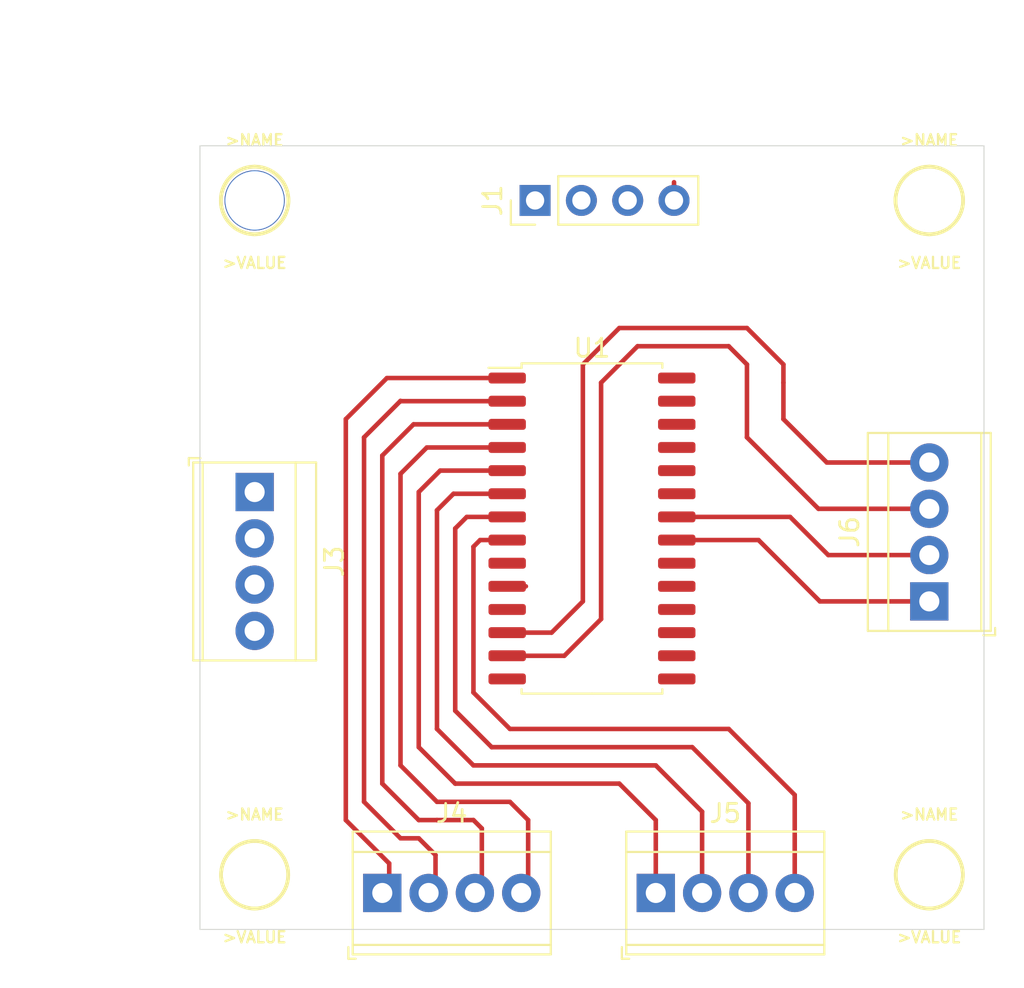
<source format=kicad_pcb>
(kicad_pcb (version 20171130) (host pcbnew "(5.1.8-0-10_14)")

  (general
    (thickness 1.6)
    (drawings 6)
    (tracks 89)
    (zones 0)
    (modules 10)
    (nets 26)
  )

  (page A4)
  (layers
    (0 F.Cu signal)
    (31 B.Cu signal)
    (32 B.Adhes user)
    (33 F.Adhes user)
    (34 B.Paste user)
    (35 F.Paste user)
    (36 B.SilkS user)
    (37 F.SilkS user)
    (38 B.Mask user)
    (39 F.Mask user)
    (40 Dwgs.User user)
    (41 Cmts.User user)
    (42 Eco1.User user)
    (43 Eco2.User user)
    (44 Edge.Cuts user)
    (45 Margin user)
    (46 B.CrtYd user)
    (47 F.CrtYd user)
    (48 B.Fab user)
    (49 F.Fab user)
  )

  (setup
    (last_trace_width 0.25)
    (user_trace_width 0.5)
    (trace_clearance 0.2)
    (zone_clearance 0.508)
    (zone_45_only no)
    (trace_min 0.2)
    (via_size 0.8)
    (via_drill 0.4)
    (via_min_size 0.4)
    (via_min_drill 0.3)
    (uvia_size 0.3)
    (uvia_drill 0.1)
    (uvias_allowed no)
    (uvia_min_size 0.2)
    (uvia_min_drill 0.1)
    (edge_width 0.05)
    (segment_width 0.2)
    (pcb_text_width 0.3)
    (pcb_text_size 1.5 1.5)
    (mod_edge_width 0.12)
    (mod_text_size 1 1)
    (mod_text_width 0.15)
    (pad_size 3.302 3.302)
    (pad_drill 3.302)
    (pad_to_mask_clearance 0)
    (aux_axis_origin 0 0)
    (visible_elements FFFFFF7F)
    (pcbplotparams
      (layerselection 0x010fc_ffffffff)
      (usegerberextensions false)
      (usegerberattributes true)
      (usegerberadvancedattributes true)
      (creategerberjobfile true)
      (excludeedgelayer true)
      (linewidth 0.100000)
      (plotframeref false)
      (viasonmask false)
      (mode 1)
      (useauxorigin false)
      (hpglpennumber 1)
      (hpglpenspeed 20)
      (hpglpendiameter 15.000000)
      (psnegative false)
      (psa4output false)
      (plotreference true)
      (plotvalue true)
      (plotinvisibletext false)
      (padsonsilk false)
      (subtractmaskfromsilk false)
      (outputformat 1)
      (mirror false)
      (drillshape 1)
      (scaleselection 1)
      (outputdirectory ""))
  )

  (net 0 "")
  (net 1 +5V)
  (net 2 GND)
  (net 3 +12V)
  (net 4 /Pump4)
  (net 5 /Pump3)
  (net 6 /Pump2)
  (net 7 /Pump1)
  (net 8 /Pump5)
  (net 9 /Pump6)
  (net 10 /Pump7)
  (net 11 /Pump8)
  (net 12 /SCK)
  (net 13 /SDA)
  (net 14 /StepB)
  (net 15 /StepA)
  (net 16 "Net-(U1-Pad11)")
  (net 17 "Net-(U1-Pad14)")
  (net 18 "Net-(U1-Pad19)")
  (net 19 "Net-(U1-Pad20)")
  (net 20 "Net-(U1-Pad23)")
  (net 21 "Net-(U1-Pad24)")
  (net 22 "Net-(U1-Pad25)")
  (net 23 "Net-(U1-Pad26)")
  (net 24 "Net-(U1-Pad27)")
  (net 25 "Net-(U1-Pad28)")

  (net_class Default "This is the default net class."
    (clearance 0.2)
    (trace_width 0.25)
    (via_dia 0.8)
    (via_drill 0.4)
    (uvia_dia 0.3)
    (uvia_drill 0.1)
    (add_net +12V)
    (add_net +5V)
    (add_net /Pump1)
    (add_net /Pump2)
    (add_net /Pump3)
    (add_net /Pump4)
    (add_net /Pump5)
    (add_net /Pump6)
    (add_net /Pump7)
    (add_net /Pump8)
    (add_net /SCK)
    (add_net /SDA)
    (add_net /StepA)
    (add_net /StepB)
    (add_net GND)
    (add_net "Net-(U1-Pad11)")
    (add_net "Net-(U1-Pad14)")
    (add_net "Net-(U1-Pad19)")
    (add_net "Net-(U1-Pad20)")
    (add_net "Net-(U1-Pad23)")
    (add_net "Net-(U1-Pad24)")
    (add_net "Net-(U1-Pad25)")
    (add_net "Net-(U1-Pad26)")
    (add_net "Net-(U1-Pad27)")
    (add_net "Net-(U1-Pad28)")
  )

  (module Hardware:STAND-OFF (layer F.Cu) (tedit 200000) (tstamp 5FC6B215)
    (at 140 80)
    (descr "STANDOFF (#4 SCREW)")
    (tags "STANDOFF (#4 SCREW)")
    (attr virtual)
    (fp_text reference >NAME (at 0 -3.302) (layer F.SilkS)
      (effects (font (size 0.6096 0.6096) (thickness 0.127)))
    )
    (fp_text value >VALUE (at 0 3.429) (layer F.SilkS)
      (effects (font (size 0.6096 0.6096) (thickness 0.127)))
    )
    (fp_arc (start 0 0) (end 0 1.8542) (angle 180) (layer F.SilkS) (width 0.2032))
    (fp_arc (start 0 0) (end 0 -1.8542) (angle 180) (layer F.SilkS) (width 0.2032))
    (fp_arc (start 0 0) (end 0 1.8542) (angle 180) (layer F.SilkS) (width 0.2032))
    (fp_arc (start 0 0) (end 0 -1.8542) (angle 180) (layer F.SilkS) (width 0.2032))
    (fp_circle (center 0 0) (end 0 -2.794) (layer F.CrtYd) (width 0.127))
    (pad "" np_thru_hole circle (at 0 0) (size 3.302 3.302) (drill 3.302) (layers *.Cu *.Mask)
      (solder_mask_margin 0.1016))
  )

  (module Hardware:STAND-OFF (layer F.Cu) (tedit 200000) (tstamp 5FC6B1CC)
    (at 103 80)
    (descr "STANDOFF (#4 SCREW)")
    (tags "STANDOFF (#4 SCREW)")
    (attr virtual)
    (fp_text reference >NAME (at 0 -3.302) (layer F.SilkS)
      (effects (font (size 0.6096 0.6096) (thickness 0.127)))
    )
    (fp_text value >VALUE (at 0 3.429) (layer F.SilkS)
      (effects (font (size 0.6096 0.6096) (thickness 0.127)))
    )
    (fp_arc (start 0 0) (end 0 1.8542) (angle 180) (layer F.SilkS) (width 0.2032))
    (fp_arc (start 0 0) (end 0 -1.8542) (angle 180) (layer F.SilkS) (width 0.2032))
    (fp_arc (start 0 0) (end 0 1.8542) (angle 180) (layer F.SilkS) (width 0.2032))
    (fp_arc (start 0 0) (end 0 -1.8542) (angle 180) (layer F.SilkS) (width 0.2032))
    (fp_circle (center 0 0) (end 0 -2.794) (layer F.CrtYd) (width 0.127))
    (pad "" np_thru_hole circle (at 0 0) (size 3.302 3.302) (drill 3.302) (layers *.Cu *.Mask)
      (solder_mask_margin 0.1016))
  )

  (module Hardware:STAND-OFF (layer F.Cu) (tedit 5FC6B76F) (tstamp 5FC6B183)
    (at 140 43)
    (descr "STANDOFF (#4 SCREW)")
    (tags "STANDOFF (#4 SCREW)")
    (attr virtual)
    (fp_text reference >NAME (at 0 -3.302) (layer F.SilkS)
      (effects (font (size 0.6096 0.6096) (thickness 0.127)))
    )
    (fp_text value >VALUE (at 0 3.429) (layer F.SilkS)
      (effects (font (size 0.6096 0.6096) (thickness 0.127)))
    )
    (fp_arc (start 0 0) (end 0 1.8542) (angle 180) (layer F.SilkS) (width 0.2032))
    (fp_arc (start 0 0) (end 0 -1.8542) (angle 180) (layer F.SilkS) (width 0.2032))
    (fp_arc (start 0 0) (end 0 1.8542) (angle 180) (layer F.SilkS) (width 0.2032))
    (fp_arc (start 0 0) (end 0 -1.8542) (angle 180) (layer F.SilkS) (width 0.2032))
    (fp_circle (center 0 0) (end 0 -2.794) (layer F.CrtYd) (width 0.127))
    (pad "" np_thru_hole circle (at 0 0) (size 3.302 3.302) (drill 3.302) (layers *.Cu *.Mask)
      (solder_mask_margin 0.1016))
  )

  (module Hardware:STAND-OFF (layer F.Cu) (tedit 5FC6B43C) (tstamp 5FC68238)
    (at 103 43)
    (descr "STANDOFF (#4 SCREW)")
    (tags "STANDOFF (#4 SCREW)")
    (attr virtual)
    (fp_text reference >NAME (at 0 -3.302) (layer F.SilkS)
      (effects (font (size 0.6096 0.6096) (thickness 0.127)))
    )
    (fp_text value >VALUE (at 0 3.429) (layer F.SilkS)
      (effects (font (size 0.6096 0.6096) (thickness 0.127)))
    )
    (fp_arc (start 0 0) (end 0 1.8542) (angle 180) (layer F.SilkS) (width 0.2032))
    (fp_arc (start 0 0) (end 0 -1.8542) (angle 180) (layer F.SilkS) (width 0.2032))
    (fp_arc (start 0 0) (end 0 1.8542) (angle 180) (layer F.SilkS) (width 0.2032))
    (fp_arc (start 0 0) (end 0 -1.8542) (angle 180) (layer F.SilkS) (width 0.2032))
    (fp_circle (center 0 0) (end 0 -2.794) (layer F.CrtYd) (width 0.127))
    (pad "" np_thru_hole circle (at 0 0) (size 3.302 3.302) (drill 3.2) (layers *.Cu *.Mask)
      (solder_mask_margin 0.1016))
  )

  (module Connector_PinHeader_2.54mm:PinHeader_1x04_P2.54mm_Vertical (layer F.Cu) (tedit 59FED5CC) (tstamp 5FC67B24)
    (at 118.38 43 90)
    (descr "Through hole straight pin header, 1x04, 2.54mm pitch, single row")
    (tags "Through hole pin header THT 1x04 2.54mm single row")
    (path /5FC7B180)
    (fp_text reference J1 (at 0 -2.33 90) (layer F.SilkS)
      (effects (font (size 1 1) (thickness 0.15)))
    )
    (fp_text value Conn_01x04 (at 0 9.95 90) (layer F.Fab)
      (effects (font (size 1 1) (thickness 0.15)))
    )
    (fp_line (start 1.8 -1.8) (end -1.8 -1.8) (layer F.CrtYd) (width 0.05))
    (fp_line (start 1.8 9.4) (end 1.8 -1.8) (layer F.CrtYd) (width 0.05))
    (fp_line (start -1.8 9.4) (end 1.8 9.4) (layer F.CrtYd) (width 0.05))
    (fp_line (start -1.8 -1.8) (end -1.8 9.4) (layer F.CrtYd) (width 0.05))
    (fp_line (start -1.33 -1.33) (end 0 -1.33) (layer F.SilkS) (width 0.12))
    (fp_line (start -1.33 0) (end -1.33 -1.33) (layer F.SilkS) (width 0.12))
    (fp_line (start -1.33 1.27) (end 1.33 1.27) (layer F.SilkS) (width 0.12))
    (fp_line (start 1.33 1.27) (end 1.33 8.95) (layer F.SilkS) (width 0.12))
    (fp_line (start -1.33 1.27) (end -1.33 8.95) (layer F.SilkS) (width 0.12))
    (fp_line (start -1.33 8.95) (end 1.33 8.95) (layer F.SilkS) (width 0.12))
    (fp_line (start -1.27 -0.635) (end -0.635 -1.27) (layer F.Fab) (width 0.1))
    (fp_line (start -1.27 8.89) (end -1.27 -0.635) (layer F.Fab) (width 0.1))
    (fp_line (start 1.27 8.89) (end -1.27 8.89) (layer F.Fab) (width 0.1))
    (fp_line (start 1.27 -1.27) (end 1.27 8.89) (layer F.Fab) (width 0.1))
    (fp_line (start -0.635 -1.27) (end 1.27 -1.27) (layer F.Fab) (width 0.1))
    (pad 1 thru_hole rect (at 0 0 90) (size 1.7 1.7) (drill 1) (layers *.Cu *.Mask)
      (net 1 +5V))
    (pad 2 thru_hole oval (at 0 2.54 90) (size 1.7 1.7) (drill 1) (layers *.Cu *.Mask)
      (net 2 GND))
    (pad 3 thru_hole oval (at 0 5.08 90) (size 1.7 1.7) (drill 1) (layers *.Cu *.Mask)
      (net 2 GND))
    (pad 4 thru_hole oval (at 0 7.62 90) (size 1.7 1.7) (drill 1) (layers *.Cu *.Mask)
      (net 3 +12V))
    (model ${KISYS3DMOD}/Connector_PinHeader_2.54mm.3dshapes/PinHeader_1x04_P2.54mm_Vertical.wrl
      (at (xyz 0 0 0))
      (scale (xyz 1 1 1))
      (rotate (xyz 0 0 0))
    )
  )

  (module Package_SO:SOIC-28W_7.5x17.9mm_P1.27mm (layer F.Cu) (tedit 5D9F72B1) (tstamp 5FC67BB7)
    (at 121.5 61)
    (descr "SOIC, 28 Pin (JEDEC MS-013AE, https://www.analog.com/media/en/package-pcb-resources/package/35833120341221rw_28.pdf), generated with kicad-footprint-generator ipc_gullwing_generator.py")
    (tags "SOIC SO")
    (path /5FC5ECEE)
    (attr smd)
    (fp_text reference U1 (at 0 -9.9) (layer F.SilkS)
      (effects (font (size 1 1) (thickness 0.15)))
    )
    (fp_text value MCP23017_SO (at 0 9.9) (layer F.Fab)
      (effects (font (size 1 1) (thickness 0.15)))
    )
    (fp_line (start 5.93 -9.2) (end -5.93 -9.2) (layer F.CrtYd) (width 0.05))
    (fp_line (start 5.93 9.2) (end 5.93 -9.2) (layer F.CrtYd) (width 0.05))
    (fp_line (start -5.93 9.2) (end 5.93 9.2) (layer F.CrtYd) (width 0.05))
    (fp_line (start -5.93 -9.2) (end -5.93 9.2) (layer F.CrtYd) (width 0.05))
    (fp_line (start -3.75 -7.95) (end -2.75 -8.95) (layer F.Fab) (width 0.1))
    (fp_line (start -3.75 8.95) (end -3.75 -7.95) (layer F.Fab) (width 0.1))
    (fp_line (start 3.75 8.95) (end -3.75 8.95) (layer F.Fab) (width 0.1))
    (fp_line (start 3.75 -8.95) (end 3.75 8.95) (layer F.Fab) (width 0.1))
    (fp_line (start -2.75 -8.95) (end 3.75 -8.95) (layer F.Fab) (width 0.1))
    (fp_line (start -3.86 -8.815) (end -5.675 -8.815) (layer F.SilkS) (width 0.12))
    (fp_line (start -3.86 -9.06) (end -3.86 -8.815) (layer F.SilkS) (width 0.12))
    (fp_line (start 0 -9.06) (end -3.86 -9.06) (layer F.SilkS) (width 0.12))
    (fp_line (start 3.86 -9.06) (end 3.86 -8.815) (layer F.SilkS) (width 0.12))
    (fp_line (start 0 -9.06) (end 3.86 -9.06) (layer F.SilkS) (width 0.12))
    (fp_line (start -3.86 9.06) (end -3.86 8.815) (layer F.SilkS) (width 0.12))
    (fp_line (start 0 9.06) (end -3.86 9.06) (layer F.SilkS) (width 0.12))
    (fp_line (start 3.86 9.06) (end 3.86 8.815) (layer F.SilkS) (width 0.12))
    (fp_line (start 0 9.06) (end 3.86 9.06) (layer F.SilkS) (width 0.12))
    (fp_text user %R (at 0 0) (layer F.Fab)
      (effects (font (size 1 1) (thickness 0.15)))
    )
    (pad 1 smd roundrect (at -4.65 -8.255) (size 2.05 0.6) (layers F.Cu F.Paste F.Mask) (roundrect_rratio 0.25)
      (net 7 /Pump1))
    (pad 2 smd roundrect (at -4.65 -6.985) (size 2.05 0.6) (layers F.Cu F.Paste F.Mask) (roundrect_rratio 0.25)
      (net 6 /Pump2))
    (pad 3 smd roundrect (at -4.65 -5.715) (size 2.05 0.6) (layers F.Cu F.Paste F.Mask) (roundrect_rratio 0.25)
      (net 5 /Pump3))
    (pad 4 smd roundrect (at -4.65 -4.445) (size 2.05 0.6) (layers F.Cu F.Paste F.Mask) (roundrect_rratio 0.25)
      (net 4 /Pump4))
    (pad 5 smd roundrect (at -4.65 -3.175) (size 2.05 0.6) (layers F.Cu F.Paste F.Mask) (roundrect_rratio 0.25)
      (net 8 /Pump5))
    (pad 6 smd roundrect (at -4.65 -1.905) (size 2.05 0.6) (layers F.Cu F.Paste F.Mask) (roundrect_rratio 0.25)
      (net 9 /Pump6))
    (pad 7 smd roundrect (at -4.65 -0.635) (size 2.05 0.6) (layers F.Cu F.Paste F.Mask) (roundrect_rratio 0.25)
      (net 10 /Pump7))
    (pad 8 smd roundrect (at -4.65 0.635) (size 2.05 0.6) (layers F.Cu F.Paste F.Mask) (roundrect_rratio 0.25)
      (net 11 /Pump8))
    (pad 9 smd roundrect (at -4.65 1.905) (size 2.05 0.6) (layers F.Cu F.Paste F.Mask) (roundrect_rratio 0.25)
      (net 1 +5V))
    (pad 10 smd roundrect (at -4.65 3.175) (size 2.05 0.6) (layers F.Cu F.Paste F.Mask) (roundrect_rratio 0.25)
      (net 2 GND))
    (pad 11 smd roundrect (at -4.65 4.445) (size 2.05 0.6) (layers F.Cu F.Paste F.Mask) (roundrect_rratio 0.25)
      (net 16 "Net-(U1-Pad11)"))
    (pad 12 smd roundrect (at -4.65 5.715) (size 2.05 0.6) (layers F.Cu F.Paste F.Mask) (roundrect_rratio 0.25)
      (net 12 /SCK))
    (pad 13 smd roundrect (at -4.65 6.985) (size 2.05 0.6) (layers F.Cu F.Paste F.Mask) (roundrect_rratio 0.25)
      (net 13 /SDA))
    (pad 14 smd roundrect (at -4.65 8.255) (size 2.05 0.6) (layers F.Cu F.Paste F.Mask) (roundrect_rratio 0.25)
      (net 17 "Net-(U1-Pad14)"))
    (pad 15 smd roundrect (at 4.65 8.255) (size 2.05 0.6) (layers F.Cu F.Paste F.Mask) (roundrect_rratio 0.25)
      (net 2 GND))
    (pad 16 smd roundrect (at 4.65 6.985) (size 2.05 0.6) (layers F.Cu F.Paste F.Mask) (roundrect_rratio 0.25)
      (net 2 GND))
    (pad 17 smd roundrect (at 4.65 5.715) (size 2.05 0.6) (layers F.Cu F.Paste F.Mask) (roundrect_rratio 0.25)
      (net 2 GND))
    (pad 18 smd roundrect (at 4.65 4.445) (size 2.05 0.6) (layers F.Cu F.Paste F.Mask) (roundrect_rratio 0.25)
      (net 1 +5V))
    (pad 19 smd roundrect (at 4.65 3.175) (size 2.05 0.6) (layers F.Cu F.Paste F.Mask) (roundrect_rratio 0.25)
      (net 18 "Net-(U1-Pad19)"))
    (pad 20 smd roundrect (at 4.65 1.905) (size 2.05 0.6) (layers F.Cu F.Paste F.Mask) (roundrect_rratio 0.25)
      (net 19 "Net-(U1-Pad20)"))
    (pad 21 smd roundrect (at 4.65 0.635) (size 2.05 0.6) (layers F.Cu F.Paste F.Mask) (roundrect_rratio 0.25)
      (net 15 /StepA))
    (pad 22 smd roundrect (at 4.65 -0.635) (size 2.05 0.6) (layers F.Cu F.Paste F.Mask) (roundrect_rratio 0.25)
      (net 14 /StepB))
    (pad 23 smd roundrect (at 4.65 -1.905) (size 2.05 0.6) (layers F.Cu F.Paste F.Mask) (roundrect_rratio 0.25)
      (net 20 "Net-(U1-Pad23)"))
    (pad 24 smd roundrect (at 4.65 -3.175) (size 2.05 0.6) (layers F.Cu F.Paste F.Mask) (roundrect_rratio 0.25)
      (net 21 "Net-(U1-Pad24)"))
    (pad 25 smd roundrect (at 4.65 -4.445) (size 2.05 0.6) (layers F.Cu F.Paste F.Mask) (roundrect_rratio 0.25)
      (net 22 "Net-(U1-Pad25)"))
    (pad 26 smd roundrect (at 4.65 -5.715) (size 2.05 0.6) (layers F.Cu F.Paste F.Mask) (roundrect_rratio 0.25)
      (net 23 "Net-(U1-Pad26)"))
    (pad 27 smd roundrect (at 4.65 -6.985) (size 2.05 0.6) (layers F.Cu F.Paste F.Mask) (roundrect_rratio 0.25)
      (net 24 "Net-(U1-Pad27)"))
    (pad 28 smd roundrect (at 4.65 -8.255) (size 2.05 0.6) (layers F.Cu F.Paste F.Mask) (roundrect_rratio 0.25)
      (net 25 "Net-(U1-Pad28)"))
    (model ${KISYS3DMOD}/Package_SO.3dshapes/SOIC-28W_7.5x17.9mm_P1.27mm.wrl
      (at (xyz 0 0 0))
      (scale (xyz 1 1 1))
      (rotate (xyz 0 0 0))
    )
  )

  (module TerminalBlock_TE-Connectivity:TerminalBlock_TE_282834-4_1x04_P2.54mm_Horizontal (layer F.Cu) (tedit 5B1EC513) (tstamp 5FC719BA)
    (at 103 59 270)
    (descr "Terminal Block TE 282834-4, 4 pins, pitch 2.54mm, size 10.620000000000001x6.5mm^2, drill diamater 1.1mm, pad diameter 2.1mm, see http://www.te.com/commerce/DocumentDelivery/DDEController?Action=showdoc&DocId=Customer+Drawing%7F282834%7FC1%7Fpdf%7FEnglish%7FENG_CD_282834_C1.pdf, script-generated using https://github.com/pointhi/kicad-footprint-generator/scripts/TerminalBlock_TE-Connectivity")
    (tags "THT Terminal Block TE 282834-4 pitch 2.54mm size 10.620000000000001x6.5mm^2 drill 1.1mm pad 2.1mm")
    (path /5FC60520)
    (fp_text reference J3 (at 3.81 -4.37 90) (layer F.SilkS)
      (effects (font (size 1 1) (thickness 0.15)))
    )
    (fp_text value Screw_Terminal_01x04 (at 3.81 4.37 90) (layer F.Fab)
      (effects (font (size 1 1) (thickness 0.15)))
    )
    (fp_line (start 9.63 -3.75) (end -2 -3.75) (layer F.CrtYd) (width 0.05))
    (fp_line (start 9.63 3.75) (end 9.63 -3.75) (layer F.CrtYd) (width 0.05))
    (fp_line (start -2 3.75) (end 9.63 3.75) (layer F.CrtYd) (width 0.05))
    (fp_line (start -2 -3.75) (end -2 3.75) (layer F.CrtYd) (width 0.05))
    (fp_line (start -1.86 3.61) (end -1.46 3.61) (layer F.SilkS) (width 0.12))
    (fp_line (start -1.86 2.97) (end -1.86 3.61) (layer F.SilkS) (width 0.12))
    (fp_line (start 8.321 -0.835) (end 6.786 0.7) (layer F.Fab) (width 0.1))
    (fp_line (start 8.455 -0.7) (end 6.92 0.835) (layer F.Fab) (width 0.1))
    (fp_line (start 5.781 -0.835) (end 4.246 0.7) (layer F.Fab) (width 0.1))
    (fp_line (start 5.915 -0.7) (end 4.38 0.835) (layer F.Fab) (width 0.1))
    (fp_line (start 3.241 -0.835) (end 1.706 0.7) (layer F.Fab) (width 0.1))
    (fp_line (start 3.375 -0.7) (end 1.84 0.835) (layer F.Fab) (width 0.1))
    (fp_line (start 0.701 -0.835) (end -0.835 0.7) (layer F.Fab) (width 0.1))
    (fp_line (start 0.835 -0.7) (end -0.701 0.835) (layer F.Fab) (width 0.1))
    (fp_line (start 9.241 -3.37) (end 9.241 3.37) (layer F.SilkS) (width 0.12))
    (fp_line (start -1.62 -3.37) (end -1.62 3.37) (layer F.SilkS) (width 0.12))
    (fp_line (start -1.62 3.37) (end 9.241 3.37) (layer F.SilkS) (width 0.12))
    (fp_line (start -1.62 -3.37) (end 9.241 -3.37) (layer F.SilkS) (width 0.12))
    (fp_line (start -1.62 -2.25) (end 9.241 -2.25) (layer F.SilkS) (width 0.12))
    (fp_line (start -1.5 -2.25) (end 9.12 -2.25) (layer F.Fab) (width 0.1))
    (fp_line (start -1.62 2.85) (end 9.241 2.85) (layer F.SilkS) (width 0.12))
    (fp_line (start -1.5 2.85) (end 9.12 2.85) (layer F.Fab) (width 0.1))
    (fp_line (start -1.5 2.85) (end -1.5 -3.25) (layer F.Fab) (width 0.1))
    (fp_line (start -1.1 3.25) (end -1.5 2.85) (layer F.Fab) (width 0.1))
    (fp_line (start 9.12 3.25) (end -1.1 3.25) (layer F.Fab) (width 0.1))
    (fp_line (start 9.12 -3.25) (end 9.12 3.25) (layer F.Fab) (width 0.1))
    (fp_line (start -1.5 -3.25) (end 9.12 -3.25) (layer F.Fab) (width 0.1))
    (fp_circle (center 7.62 0) (end 8.72 0) (layer F.Fab) (width 0.1))
    (fp_circle (center 5.08 0) (end 6.18 0) (layer F.Fab) (width 0.1))
    (fp_circle (center 2.54 0) (end 3.64 0) (layer F.Fab) (width 0.1))
    (fp_circle (center 0 0) (end 1.1 0) (layer F.Fab) (width 0.1))
    (fp_text user %R (at 3.81 2 90) (layer F.Fab)
      (effects (font (size 1 1) (thickness 0.15)))
    )
    (pad 1 thru_hole rect (at 0 0 270) (size 2.1 2.1) (drill 1.1) (layers *.Cu *.Mask)
      (net 1 +5V))
    (pad 2 thru_hole circle (at 2.54 0 270) (size 2.1 2.1) (drill 1.1) (layers *.Cu *.Mask)
      (net 2 GND))
    (pad 3 thru_hole circle (at 5.08 0 270) (size 2.1 2.1) (drill 1.1) (layers *.Cu *.Mask)
      (net 2 GND))
    (pad 4 thru_hole circle (at 7.62 0 270) (size 2.1 2.1) (drill 1.1) (layers *.Cu *.Mask)
      (net 3 +12V))
    (model ${KISYS3DMOD}/TerminalBlock_TE-Connectivity.3dshapes/TerminalBlock_TE_282834-4_1x04_P2.54mm_Horizontal.wrl
      (at (xyz 0 0 0))
      (scale (xyz 1 1 1))
      (rotate (xyz 0 0 0))
    )
  )

  (module TerminalBlock_TE-Connectivity:TerminalBlock_TE_282834-4_1x04_P2.54mm_Horizontal (layer F.Cu) (tedit 5B1EC513) (tstamp 5FC719E1)
    (at 110 81)
    (descr "Terminal Block TE 282834-4, 4 pins, pitch 2.54mm, size 10.620000000000001x6.5mm^2, drill diamater 1.1mm, pad diameter 2.1mm, see http://www.te.com/commerce/DocumentDelivery/DDEController?Action=showdoc&DocId=Customer+Drawing%7F282834%7FC1%7Fpdf%7FEnglish%7FENG_CD_282834_C1.pdf, script-generated using https://github.com/pointhi/kicad-footprint-generator/scripts/TerminalBlock_TE-Connectivity")
    (tags "THT Terminal Block TE 282834-4 pitch 2.54mm size 10.620000000000001x6.5mm^2 drill 1.1mm pad 2.1mm")
    (path /5FC6A709)
    (fp_text reference J4 (at 3.81 -4.37) (layer F.SilkS)
      (effects (font (size 1 1) (thickness 0.15)))
    )
    (fp_text value Screw_Terminal_01x04 (at 3.81 4.37) (layer F.Fab)
      (effects (font (size 1 1) (thickness 0.15)))
    )
    (fp_text user %R (at 3.81 2) (layer F.Fab)
      (effects (font (size 1 1) (thickness 0.15)))
    )
    (fp_circle (center 0 0) (end 1.1 0) (layer F.Fab) (width 0.1))
    (fp_circle (center 2.54 0) (end 3.64 0) (layer F.Fab) (width 0.1))
    (fp_circle (center 5.08 0) (end 6.18 0) (layer F.Fab) (width 0.1))
    (fp_circle (center 7.62 0) (end 8.72 0) (layer F.Fab) (width 0.1))
    (fp_line (start -1.5 -3.25) (end 9.12 -3.25) (layer F.Fab) (width 0.1))
    (fp_line (start 9.12 -3.25) (end 9.12 3.25) (layer F.Fab) (width 0.1))
    (fp_line (start 9.12 3.25) (end -1.1 3.25) (layer F.Fab) (width 0.1))
    (fp_line (start -1.1 3.25) (end -1.5 2.85) (layer F.Fab) (width 0.1))
    (fp_line (start -1.5 2.85) (end -1.5 -3.25) (layer F.Fab) (width 0.1))
    (fp_line (start -1.5 2.85) (end 9.12 2.85) (layer F.Fab) (width 0.1))
    (fp_line (start -1.62 2.85) (end 9.241 2.85) (layer F.SilkS) (width 0.12))
    (fp_line (start -1.5 -2.25) (end 9.12 -2.25) (layer F.Fab) (width 0.1))
    (fp_line (start -1.62 -2.25) (end 9.241 -2.25) (layer F.SilkS) (width 0.12))
    (fp_line (start -1.62 -3.37) (end 9.241 -3.37) (layer F.SilkS) (width 0.12))
    (fp_line (start -1.62 3.37) (end 9.241 3.37) (layer F.SilkS) (width 0.12))
    (fp_line (start -1.62 -3.37) (end -1.62 3.37) (layer F.SilkS) (width 0.12))
    (fp_line (start 9.241 -3.37) (end 9.241 3.37) (layer F.SilkS) (width 0.12))
    (fp_line (start 0.835 -0.7) (end -0.701 0.835) (layer F.Fab) (width 0.1))
    (fp_line (start 0.701 -0.835) (end -0.835 0.7) (layer F.Fab) (width 0.1))
    (fp_line (start 3.375 -0.7) (end 1.84 0.835) (layer F.Fab) (width 0.1))
    (fp_line (start 3.241 -0.835) (end 1.706 0.7) (layer F.Fab) (width 0.1))
    (fp_line (start 5.915 -0.7) (end 4.38 0.835) (layer F.Fab) (width 0.1))
    (fp_line (start 5.781 -0.835) (end 4.246 0.7) (layer F.Fab) (width 0.1))
    (fp_line (start 8.455 -0.7) (end 6.92 0.835) (layer F.Fab) (width 0.1))
    (fp_line (start 8.321 -0.835) (end 6.786 0.7) (layer F.Fab) (width 0.1))
    (fp_line (start -1.86 2.97) (end -1.86 3.61) (layer F.SilkS) (width 0.12))
    (fp_line (start -1.86 3.61) (end -1.46 3.61) (layer F.SilkS) (width 0.12))
    (fp_line (start -2 -3.75) (end -2 3.75) (layer F.CrtYd) (width 0.05))
    (fp_line (start -2 3.75) (end 9.63 3.75) (layer F.CrtYd) (width 0.05))
    (fp_line (start 9.63 3.75) (end 9.63 -3.75) (layer F.CrtYd) (width 0.05))
    (fp_line (start 9.63 -3.75) (end -2 -3.75) (layer F.CrtYd) (width 0.05))
    (pad 4 thru_hole circle (at 7.62 0) (size 2.1 2.1) (drill 1.1) (layers *.Cu *.Mask)
      (net 4 /Pump4))
    (pad 3 thru_hole circle (at 5.08 0) (size 2.1 2.1) (drill 1.1) (layers *.Cu *.Mask)
      (net 5 /Pump3))
    (pad 2 thru_hole circle (at 2.54 0) (size 2.1 2.1) (drill 1.1) (layers *.Cu *.Mask)
      (net 6 /Pump2))
    (pad 1 thru_hole rect (at 0 0) (size 2.1 2.1) (drill 1.1) (layers *.Cu *.Mask)
      (net 7 /Pump1))
    (model ${KISYS3DMOD}/TerminalBlock_TE-Connectivity.3dshapes/TerminalBlock_TE_282834-4_1x04_P2.54mm_Horizontal.wrl
      (at (xyz 0 0 0))
      (scale (xyz 1 1 1))
      (rotate (xyz 0 0 0))
    )
  )

  (module TerminalBlock_TE-Connectivity:TerminalBlock_TE_282834-4_1x04_P2.54mm_Horizontal (layer F.Cu) (tedit 5B1EC513) (tstamp 5FC71A08)
    (at 125 81)
    (descr "Terminal Block TE 282834-4, 4 pins, pitch 2.54mm, size 10.620000000000001x6.5mm^2, drill diamater 1.1mm, pad diameter 2.1mm, see http://www.te.com/commerce/DocumentDelivery/DDEController?Action=showdoc&DocId=Customer+Drawing%7F282834%7FC1%7Fpdf%7FEnglish%7FENG_CD_282834_C1.pdf, script-generated using https://github.com/pointhi/kicad-footprint-generator/scripts/TerminalBlock_TE-Connectivity")
    (tags "THT Terminal Block TE 282834-4 pitch 2.54mm size 10.620000000000001x6.5mm^2 drill 1.1mm pad 2.1mm")
    (path /5FC6AE87)
    (fp_text reference J5 (at 3.81 -4.37) (layer F.SilkS)
      (effects (font (size 1 1) (thickness 0.15)))
    )
    (fp_text value Screw_Terminal_01x04 (at 3.81 4.37) (layer F.Fab)
      (effects (font (size 1 1) (thickness 0.15)))
    )
    (fp_line (start 9.63 -3.75) (end -2 -3.75) (layer F.CrtYd) (width 0.05))
    (fp_line (start 9.63 3.75) (end 9.63 -3.75) (layer F.CrtYd) (width 0.05))
    (fp_line (start -2 3.75) (end 9.63 3.75) (layer F.CrtYd) (width 0.05))
    (fp_line (start -2 -3.75) (end -2 3.75) (layer F.CrtYd) (width 0.05))
    (fp_line (start -1.86 3.61) (end -1.46 3.61) (layer F.SilkS) (width 0.12))
    (fp_line (start -1.86 2.97) (end -1.86 3.61) (layer F.SilkS) (width 0.12))
    (fp_line (start 8.321 -0.835) (end 6.786 0.7) (layer F.Fab) (width 0.1))
    (fp_line (start 8.455 -0.7) (end 6.92 0.835) (layer F.Fab) (width 0.1))
    (fp_line (start 5.781 -0.835) (end 4.246 0.7) (layer F.Fab) (width 0.1))
    (fp_line (start 5.915 -0.7) (end 4.38 0.835) (layer F.Fab) (width 0.1))
    (fp_line (start 3.241 -0.835) (end 1.706 0.7) (layer F.Fab) (width 0.1))
    (fp_line (start 3.375 -0.7) (end 1.84 0.835) (layer F.Fab) (width 0.1))
    (fp_line (start 0.701 -0.835) (end -0.835 0.7) (layer F.Fab) (width 0.1))
    (fp_line (start 0.835 -0.7) (end -0.701 0.835) (layer F.Fab) (width 0.1))
    (fp_line (start 9.241 -3.37) (end 9.241 3.37) (layer F.SilkS) (width 0.12))
    (fp_line (start -1.62 -3.37) (end -1.62 3.37) (layer F.SilkS) (width 0.12))
    (fp_line (start -1.62 3.37) (end 9.241 3.37) (layer F.SilkS) (width 0.12))
    (fp_line (start -1.62 -3.37) (end 9.241 -3.37) (layer F.SilkS) (width 0.12))
    (fp_line (start -1.62 -2.25) (end 9.241 -2.25) (layer F.SilkS) (width 0.12))
    (fp_line (start -1.5 -2.25) (end 9.12 -2.25) (layer F.Fab) (width 0.1))
    (fp_line (start -1.62 2.85) (end 9.241 2.85) (layer F.SilkS) (width 0.12))
    (fp_line (start -1.5 2.85) (end 9.12 2.85) (layer F.Fab) (width 0.1))
    (fp_line (start -1.5 2.85) (end -1.5 -3.25) (layer F.Fab) (width 0.1))
    (fp_line (start -1.1 3.25) (end -1.5 2.85) (layer F.Fab) (width 0.1))
    (fp_line (start 9.12 3.25) (end -1.1 3.25) (layer F.Fab) (width 0.1))
    (fp_line (start 9.12 -3.25) (end 9.12 3.25) (layer F.Fab) (width 0.1))
    (fp_line (start -1.5 -3.25) (end 9.12 -3.25) (layer F.Fab) (width 0.1))
    (fp_circle (center 7.62 0) (end 8.72 0) (layer F.Fab) (width 0.1))
    (fp_circle (center 5.08 0) (end 6.18 0) (layer F.Fab) (width 0.1))
    (fp_circle (center 2.54 0) (end 3.64 0) (layer F.Fab) (width 0.1))
    (fp_circle (center 0 0) (end 1.1 0) (layer F.Fab) (width 0.1))
    (fp_text user %R (at 3.81 2) (layer F.Fab)
      (effects (font (size 1 1) (thickness 0.15)))
    )
    (pad 1 thru_hole rect (at 0 0) (size 2.1 2.1) (drill 1.1) (layers *.Cu *.Mask)
      (net 8 /Pump5))
    (pad 2 thru_hole circle (at 2.54 0) (size 2.1 2.1) (drill 1.1) (layers *.Cu *.Mask)
      (net 9 /Pump6))
    (pad 3 thru_hole circle (at 5.08 0) (size 2.1 2.1) (drill 1.1) (layers *.Cu *.Mask)
      (net 10 /Pump7))
    (pad 4 thru_hole circle (at 7.62 0) (size 2.1 2.1) (drill 1.1) (layers *.Cu *.Mask)
      (net 11 /Pump8))
    (model ${KISYS3DMOD}/TerminalBlock_TE-Connectivity.3dshapes/TerminalBlock_TE_282834-4_1x04_P2.54mm_Horizontal.wrl
      (at (xyz 0 0 0))
      (scale (xyz 1 1 1))
      (rotate (xyz 0 0 0))
    )
  )

  (module TerminalBlock_TE-Connectivity:TerminalBlock_TE_282834-4_1x04_P2.54mm_Horizontal (layer F.Cu) (tedit 5B1EC513) (tstamp 5FC71A2F)
    (at 140 65 90)
    (descr "Terminal Block TE 282834-4, 4 pins, pitch 2.54mm, size 10.620000000000001x6.5mm^2, drill diamater 1.1mm, pad diameter 2.1mm, see http://www.te.com/commerce/DocumentDelivery/DDEController?Action=showdoc&DocId=Customer+Drawing%7F282834%7FC1%7Fpdf%7FEnglish%7FENG_CD_282834_C1.pdf, script-generated using https://github.com/pointhi/kicad-footprint-generator/scripts/TerminalBlock_TE-Connectivity")
    (tags "THT Terminal Block TE 282834-4 pitch 2.54mm size 10.620000000000001x6.5mm^2 drill 1.1mm pad 2.1mm")
    (path /5FC6C712)
    (fp_text reference J6 (at 3.81 -4.37 90) (layer F.SilkS)
      (effects (font (size 1 1) (thickness 0.15)))
    )
    (fp_text value Screw_Terminal_01x04 (at 3.81 4.37 90) (layer F.Fab)
      (effects (font (size 1 1) (thickness 0.15)))
    )
    (fp_text user %R (at 3.81 2 90) (layer F.Fab)
      (effects (font (size 1 1) (thickness 0.15)))
    )
    (fp_circle (center 0 0) (end 1.1 0) (layer F.Fab) (width 0.1))
    (fp_circle (center 2.54 0) (end 3.64 0) (layer F.Fab) (width 0.1))
    (fp_circle (center 5.08 0) (end 6.18 0) (layer F.Fab) (width 0.1))
    (fp_circle (center 7.62 0) (end 8.72 0) (layer F.Fab) (width 0.1))
    (fp_line (start -1.5 -3.25) (end 9.12 -3.25) (layer F.Fab) (width 0.1))
    (fp_line (start 9.12 -3.25) (end 9.12 3.25) (layer F.Fab) (width 0.1))
    (fp_line (start 9.12 3.25) (end -1.1 3.25) (layer F.Fab) (width 0.1))
    (fp_line (start -1.1 3.25) (end -1.5 2.85) (layer F.Fab) (width 0.1))
    (fp_line (start -1.5 2.85) (end -1.5 -3.25) (layer F.Fab) (width 0.1))
    (fp_line (start -1.5 2.85) (end 9.12 2.85) (layer F.Fab) (width 0.1))
    (fp_line (start -1.62 2.85) (end 9.241 2.85) (layer F.SilkS) (width 0.12))
    (fp_line (start -1.5 -2.25) (end 9.12 -2.25) (layer F.Fab) (width 0.1))
    (fp_line (start -1.62 -2.25) (end 9.241 -2.25) (layer F.SilkS) (width 0.12))
    (fp_line (start -1.62 -3.37) (end 9.241 -3.37) (layer F.SilkS) (width 0.12))
    (fp_line (start -1.62 3.37) (end 9.241 3.37) (layer F.SilkS) (width 0.12))
    (fp_line (start -1.62 -3.37) (end -1.62 3.37) (layer F.SilkS) (width 0.12))
    (fp_line (start 9.241 -3.37) (end 9.241 3.37) (layer F.SilkS) (width 0.12))
    (fp_line (start 0.835 -0.7) (end -0.701 0.835) (layer F.Fab) (width 0.1))
    (fp_line (start 0.701 -0.835) (end -0.835 0.7) (layer F.Fab) (width 0.1))
    (fp_line (start 3.375 -0.7) (end 1.84 0.835) (layer F.Fab) (width 0.1))
    (fp_line (start 3.241 -0.835) (end 1.706 0.7) (layer F.Fab) (width 0.1))
    (fp_line (start 5.915 -0.7) (end 4.38 0.835) (layer F.Fab) (width 0.1))
    (fp_line (start 5.781 -0.835) (end 4.246 0.7) (layer F.Fab) (width 0.1))
    (fp_line (start 8.455 -0.7) (end 6.92 0.835) (layer F.Fab) (width 0.1))
    (fp_line (start 8.321 -0.835) (end 6.786 0.7) (layer F.Fab) (width 0.1))
    (fp_line (start -1.86 2.97) (end -1.86 3.61) (layer F.SilkS) (width 0.12))
    (fp_line (start -1.86 3.61) (end -1.46 3.61) (layer F.SilkS) (width 0.12))
    (fp_line (start -2 -3.75) (end -2 3.75) (layer F.CrtYd) (width 0.05))
    (fp_line (start -2 3.75) (end 9.63 3.75) (layer F.CrtYd) (width 0.05))
    (fp_line (start 9.63 3.75) (end 9.63 -3.75) (layer F.CrtYd) (width 0.05))
    (fp_line (start 9.63 -3.75) (end -2 -3.75) (layer F.CrtYd) (width 0.05))
    (pad 4 thru_hole circle (at 7.62 0 90) (size 2.1 2.1) (drill 1.1) (layers *.Cu *.Mask)
      (net 12 /SCK))
    (pad 3 thru_hole circle (at 5.08 0 90) (size 2.1 2.1) (drill 1.1) (layers *.Cu *.Mask)
      (net 13 /SDA))
    (pad 2 thru_hole circle (at 2.54 0 90) (size 2.1 2.1) (drill 1.1) (layers *.Cu *.Mask)
      (net 14 /StepB))
    (pad 1 thru_hole rect (at 0 0 90) (size 2.1 2.1) (drill 1.1) (layers *.Cu *.Mask)
      (net 15 /StepA))
    (model ${KISYS3DMOD}/TerminalBlock_TE-Connectivity.3dshapes/TerminalBlock_TE_282834-4_1x04_P2.54mm_Horizontal.wrl
      (at (xyz 0 0 0))
      (scale (xyz 1 1 1))
      (rotate (xyz 0 0 0))
    )
  )

  (dimension 43 (width 0.15) (layer Dwgs.User)
    (gr_text "43.000 mm" (at 92.7 61.5 270) (layer Dwgs.User) (tstamp 5FC71D4A)
      (effects (font (size 1 1) (thickness 0.15)))
    )
    (feature1 (pts (xy 100 83) (xy 93.413579 83)))
    (feature2 (pts (xy 100 40) (xy 93.413579 40)))
    (crossbar (pts (xy 94 40) (xy 94 83)))
    (arrow1a (pts (xy 94 83) (xy 93.413579 81.873496)))
    (arrow1b (pts (xy 94 83) (xy 94.586421 81.873496)))
    (arrow2a (pts (xy 94 40) (xy 93.413579 41.126504)))
    (arrow2b (pts (xy 94 40) (xy 94.586421 41.126504)))
  )
  (dimension 43 (width 0.15) (layer Dwgs.User)
    (gr_text "43.000 mm" (at 121.5 32.7) (layer Dwgs.User)
      (effects (font (size 1 1) (thickness 0.15)))
    )
    (feature1 (pts (xy 143 40) (xy 143 33.413579)))
    (feature2 (pts (xy 100 40) (xy 100 33.413579)))
    (crossbar (pts (xy 100 34) (xy 143 34)))
    (arrow1a (pts (xy 143 34) (xy 141.873496 34.586421)))
    (arrow1b (pts (xy 143 34) (xy 141.873496 33.413579)))
    (arrow2a (pts (xy 100 34) (xy 101.126504 34.586421)))
    (arrow2b (pts (xy 100 34) (xy 101.126504 33.413579)))
  )
  (gr_line (start 143 40) (end 100 40) (layer Edge.Cuts) (width 0.05) (tstamp 5FC67999))
  (gr_line (start 100 83) (end 143 83) (layer Edge.Cuts) (width 0.05))
  (gr_line (start 143 40) (end 143 83) (layer Edge.Cuts) (width 0.05))
  (gr_line (start 100 40) (end 100 83) (layer Edge.Cuts) (width 0.05))

  (segment (start 116.85 64.175) (end 117.875 64.175) (width 0.25) (layer F.Cu) (net 2))
  (segment (start 126 43) (end 126 42) (width 0.25) (layer F.Cu) (net 3))
  (segment (start 116.85 56.555) (end 115.825 56.555) (width 0.25) (layer F.Cu) (net 4))
  (segment (start 116.85 56.555) (end 112.445 56.555) (width 0.25) (layer F.Cu) (net 4))
  (segment (start 112.445 56.555) (end 111 58) (width 0.25) (layer F.Cu) (net 4))
  (segment (start 111 58) (end 111 74) (width 0.25) (layer F.Cu) (net 4))
  (segment (start 117 76) (end 118 77) (width 0.25) (layer F.Cu) (net 4))
  (segment (start 118 77) (end 118 81) (width 0.25) (layer F.Cu) (net 4))
  (segment (start 111 74) (end 113 76) (width 0.25) (layer F.Cu) (net 4))
  (segment (start 113 76) (end 117 76) (width 0.25) (layer F.Cu) (net 4))
  (segment (start 116.85 55.285) (end 115.825 55.285) (width 0.25) (layer F.Cu) (net 5))
  (segment (start 115.46 77.46) (end 115 77) (width 0.25) (layer F.Cu) (net 5))
  (segment (start 115 77) (end 113 77) (width 0.25) (layer F.Cu) (net 5))
  (segment (start 110 75) (end 110 57) (width 0.25) (layer F.Cu) (net 5))
  (segment (start 111.715 55.285) (end 116.85 55.285) (width 0.25) (layer F.Cu) (net 5))
  (segment (start 110 57) (end 111.715 55.285) (width 0.25) (layer F.Cu) (net 5))
  (segment (start 115.46 77.46) (end 115.46 81) (width 0.25) (layer F.Cu) (net 5))
  (segment (start 113 77) (end 112 77) (width 0.25) (layer F.Cu) (net 5))
  (segment (start 112 77) (end 110 75) (width 0.25) (layer F.Cu) (net 5))
  (segment (start 116.85 54.015) (end 115.825 54.015) (width 0.25) (layer F.Cu) (net 6))
  (segment (start 111.015 54.015) (end 116.85 54.015) (width 0.25) (layer F.Cu) (net 6))
  (segment (start 111 54) (end 111.015 54.015) (width 0.25) (layer F.Cu) (net 6))
  (segment (start 109 56) (end 111 54) (width 0.25) (layer F.Cu) (net 6))
  (segment (start 109 56) (end 109 76) (width 0.25) (layer F.Cu) (net 6))
  (segment (start 109 76) (end 111 78) (width 0.25) (layer F.Cu) (net 6))
  (segment (start 111 78) (end 112 78) (width 0.25) (layer F.Cu) (net 6))
  (segment (start 112.92 78.92) (end 112 78) (width 0.25) (layer F.Cu) (net 6))
  (segment (start 112.92 81) (end 112.92 78.92) (width 0.25) (layer F.Cu) (net 6))
  (segment (start 116.85 52.745) (end 115.825 52.745) (width 0.25) (layer F.Cu) (net 7))
  (segment (start 110.255 52.745) (end 116.85 52.745) (width 0.25) (layer F.Cu) (net 7))
  (segment (start 108 77) (end 108 55) (width 0.25) (layer F.Cu) (net 7))
  (segment (start 108 55) (end 110.255 52.745) (width 0.25) (layer F.Cu) (net 7))
  (segment (start 110.38 79.38) (end 108 77) (width 0.25) (layer F.Cu) (net 7))
  (segment (start 110.38 81) (end 110.38 79.38) (width 0.25) (layer F.Cu) (net 7))
  (segment (start 116.85 57.825) (end 113.175 57.825) (width 0.25) (layer F.Cu) (net 8))
  (segment (start 113.175 57.825) (end 112 59) (width 0.25) (layer F.Cu) (net 8))
  (segment (start 112 59) (end 112 73) (width 0.25) (layer F.Cu) (net 8))
  (segment (start 125 81) (end 125 77) (width 0.25) (layer F.Cu) (net 8))
  (segment (start 112 73) (end 114 75) (width 0.25) (layer F.Cu) (net 8))
  (segment (start 114 75) (end 123 75) (width 0.25) (layer F.Cu) (net 8))
  (segment (start 123 75) (end 125 77) (width 0.25) (layer F.Cu) (net 8))
  (segment (start 127.54 76.54) (end 127.54 81) (width 0.25) (layer F.Cu) (net 9))
  (segment (start 125 74) (end 127.54 76.54) (width 0.25) (layer F.Cu) (net 9))
  (segment (start 116.85 59.095) (end 113.905 59.095) (width 0.25) (layer F.Cu) (net 9))
  (segment (start 115 74) (end 125 74) (width 0.25) (layer F.Cu) (net 9))
  (segment (start 113 60) (end 113 72) (width 0.25) (layer F.Cu) (net 9))
  (segment (start 113.905 59.095) (end 113 60) (width 0.25) (layer F.Cu) (net 9))
  (segment (start 113 72) (end 115 74) (width 0.25) (layer F.Cu) (net 9))
  (segment (start 130.08 76.08) (end 130.08 81) (width 0.25) (layer F.Cu) (net 10))
  (segment (start 116.85 60.365) (end 114.635 60.365) (width 0.25) (layer F.Cu) (net 10))
  (segment (start 114 71) (end 116 73) (width 0.25) (layer F.Cu) (net 10))
  (segment (start 114 61) (end 114 71) (width 0.25) (layer F.Cu) (net 10))
  (segment (start 114.635 60.365) (end 114 61) (width 0.25) (layer F.Cu) (net 10))
  (segment (start 130.08 76.08) (end 127 73) (width 0.25) (layer F.Cu) (net 10))
  (segment (start 127 73) (end 116 73) (width 0.25) (layer F.Cu) (net 10))
  (segment (start 116.365 61.635) (end 116.85 61.635) (width 0.25) (layer F.Cu) (net 11))
  (segment (start 115 62) (end 115 70) (width 0.25) (layer F.Cu) (net 11))
  (segment (start 115.365 61.635) (end 115 62) (width 0.25) (layer F.Cu) (net 11))
  (segment (start 116.85 61.635) (end 115.365 61.635) (width 0.25) (layer F.Cu) (net 11))
  (segment (start 117 72) (end 115 70) (width 0.25) (layer F.Cu) (net 11))
  (segment (start 117 72) (end 129 72) (width 0.25) (layer F.Cu) (net 11))
  (segment (start 132.62 75.62) (end 132.62 81) (width 0.25) (layer F.Cu) (net 11))
  (segment (start 129 72) (end 132.62 75.62) (width 0.25) (layer F.Cu) (net 11))
  (segment (start 121 65) (end 119.285 66.715) (width 0.25) (layer F.Cu) (net 12))
  (segment (start 119.285 66.715) (end 116.85 66.715) (width 0.25) (layer F.Cu) (net 12))
  (segment (start 121 52) (end 121 65) (width 0.25) (layer F.Cu) (net 12))
  (segment (start 123 50) (end 121 52) (width 0.25) (layer F.Cu) (net 12))
  (segment (start 134.38 57.38) (end 133 56) (width 0.25) (layer F.Cu) (net 12))
  (segment (start 140 57.38) (end 134.38 57.38) (width 0.25) (layer F.Cu) (net 12))
  (segment (start 133 56) (end 132 55) (width 0.25) (layer F.Cu) (net 12))
  (segment (start 132 55) (end 132 53) (width 0.25) (layer F.Cu) (net 12))
  (segment (start 132 53) (end 132 52) (width 0.25) (layer F.Cu) (net 12))
  (segment (start 132 52) (end 130 50) (width 0.25) (layer F.Cu) (net 12))
  (segment (start 130 50) (end 123 50) (width 0.25) (layer F.Cu) (net 12))
  (segment (start 133.92 59.92) (end 140 59.92) (width 0.25) (layer F.Cu) (net 13))
  (segment (start 129 51) (end 130 52) (width 0.25) (layer F.Cu) (net 13))
  (segment (start 122 53) (end 124 51) (width 0.25) (layer F.Cu) (net 13))
  (segment (start 124 51) (end 129 51) (width 0.25) (layer F.Cu) (net 13))
  (segment (start 130 56) (end 133.92 59.92) (width 0.25) (layer F.Cu) (net 13))
  (segment (start 122 65.97) (end 122 53) (width 0.25) (layer F.Cu) (net 13))
  (segment (start 130 52) (end 130 56) (width 0.25) (layer F.Cu) (net 13))
  (segment (start 119.985 67.985) (end 122 65.97) (width 0.25) (layer F.Cu) (net 13))
  (segment (start 116.85 67.985) (end 119.985 67.985) (width 0.25) (layer F.Cu) (net 13))
  (segment (start 140 62.46) (end 134.46 62.46) (width 0.25) (layer F.Cu) (net 14))
  (segment (start 132.365 60.365) (end 126.15 60.365) (width 0.25) (layer F.Cu) (net 14))
  (segment (start 134.46 62.46) (end 132.365 60.365) (width 0.25) (layer F.Cu) (net 14))
  (segment (start 126.15 61.635) (end 130.635 61.635) (width 0.25) (layer F.Cu) (net 15))
  (segment (start 134 65) (end 140 65) (width 0.25) (layer F.Cu) (net 15))
  (segment (start 130.635 61.635) (end 134 65) (width 0.25) (layer F.Cu) (net 15))

)

</source>
